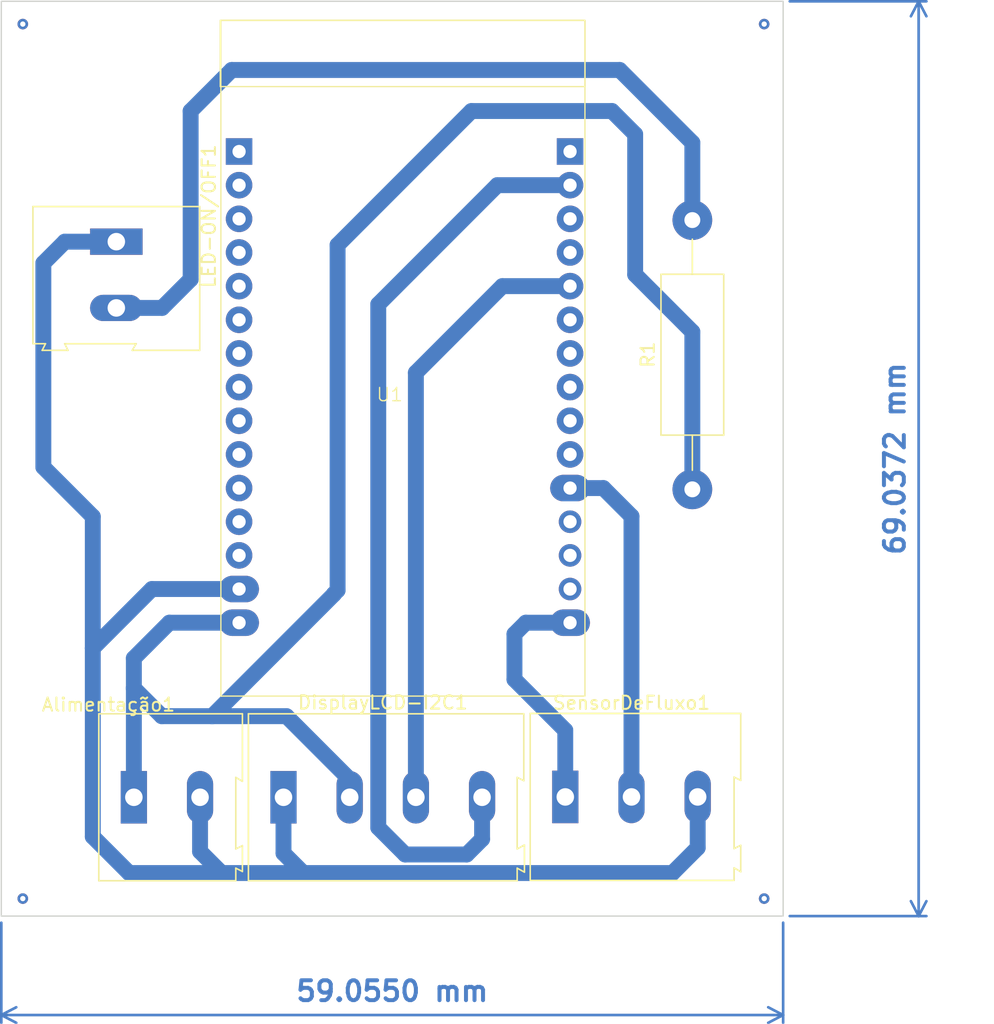
<source format=kicad_pcb>
(kicad_pcb (version 20240108) (generator "pcbnew") (generator_version "8.0")
  (layers (0 "F.Cu" signal) (31 "B.Cu" signal) (34 "B.Paste" user) (35 "F.Paste" user) (36 "B.SilkS" user "B.Silkscreen") (37 "F.SilkS" user "F.Silkscreen") (38 "B.Mask" user) (39 "F.Mask" user) (44 "Edge.Cuts" user))
  (net 0 "")
  (net 5 "I2C_SCL")
  (net 7 "I2C_SDA")
  (net 8 "+5V")
  (net 9 "Net-(LED-ON/OFF1-A)")
  (net 26 "GND")
  (net 27 "+3.3V")
  (net 28 "GPIO-04")
  (footprint "TerminalBlock:TerminalBlock_Altech_AK300-2_P5.00mm" (layer "F.Cu") (at 31.0642 42.4218 -90)
    (property "Reference" "LED-ON/OFF1" (at -1.92 -6.99 90) (layer "F.SilkS"))
    (property "Value" "LED")
    (fp_line (start -2.65 6.3) (end 7.7 6.3) (stroke (width 0.12)) (layer "F.SilkS"))
    (fp_line (start 7.7 6.3) (end 7.7 5.35) (stroke (width 0.12)) (layer "F.SilkS"))
    (fp_line (start 8.2 5.6) (end 8.2 3.7) (stroke (width 0.12)) (layer "F.SilkS"))
    (fp_line (start 7.7 5.35) (end 8.2 5.6) (stroke (width 0.12)) (layer "F.SilkS"))
    (fp_line (start 7.7 3.9) (end 7.7 -1.5) (stroke (width 0.12)) (layer "F.SilkS"))
    (fp_line (start 8.2 3.7) (end 8.2 3.65) (stroke (width 0.12)) (layer "F.SilkS"))
    (fp_line (start 8.2 3.65) (end 7.7 3.9) (stroke (width 0.12)) (layer "F.SilkS"))
    (fp_line (start 8.2 -1.2) (end 8.2 -6.3) (stroke (width 0.12)) (layer "F.SilkS"))
    (fp_line (start 7.7 -1.5) (end 8.2 -1.2) (stroke (width 0.12)) (layer "F.SilkS"))
    (fp_line (start -2.65 -6.3) (end -2.65 6.3) (stroke (width 0.12)) (layer "F.SilkS"))
    (fp_line (start 8.2 -6.3) (end -2.65 -6.3) (stroke (width 0.12)) (layer "F.SilkS"))
    (pad "1" thru_hole rect (at 0 0 270) (size 1.98 3.96) (drill 1.32) (layers "*.Cu" "*.Mask") (net 26 "GND"))
    (pad "2" thru_hole oval (at 5 0 270) (size 1.98 3.96) (drill 1.32) (layers "*.Cu" "*.Mask") (net 9 "Net-(LED-ON/OFF1-A)"))
  )
  (footprint "TerminalBlock:TerminalBlock_Altech_AK300-3_P5.00mm" (layer "F.Cu") (at 64.977 84.328)
    (property "Reference" "SensorDeFluxo1" (at 5 -7.1 0) (layer "F.SilkS"))
    (property "Value" "Screw_Terminal_01x03")
    (fp_line (start -2.65 -6.3) (end -2.65 6.3) (stroke (width 0.12)) (layer "F.SilkS"))
    (fp_line (start -2.65 6.3) (end 12.75 6.3) (stroke (width 0.12)) (layer "F.SilkS"))
    (fp_line (start 12.75 -1.5) (end 13.25 -1.25) (stroke (width 0.12)) (layer "F.SilkS"))
    (fp_line (start 12.75 3.9) (end 12.75 -1.5) (stroke (width 0.12)) (layer "F.SilkS"))
    (fp_line (start 12.75 5.35) (end 13.25 5.65) (stroke (width 0.12)) (layer "F.SilkS"))
    (fp_line (start 12.75 6.3) (end 12.75 5.35) (stroke (width 0.12)) (layer "F.SilkS"))
    (fp_line (start 13.25 -6.3) (end -2.65 -6.3) (stroke (width 0.12)) (layer "F.SilkS"))
    (fp_line (start 13.25 -1.25) (end 13.25 -6.3) (stroke (width 0.12)) (layer "F.SilkS"))
    (fp_line (start 13.25 3.65) (end 12.75 3.9) (stroke (width 0.12)) (layer "F.SilkS"))
    (fp_line (start 13.25 5.65) (end 13.25 3.65) (stroke (width 0.12)) (layer "F.SilkS"))
    (pad "1" thru_hole rect (at 0 0) (size 1.98 3.96) (drill 1.32) (layers "*.Cu" "*.Mask") (net 27 "+3.3V"))
    (pad "2" thru_hole oval (at 5 0) (size 1.98 3.96) (drill 1.32) (layers "*.Cu" "*.Mask") (net 28 "GPIO-04"))
    (pad "3" thru_hole oval (at 10 0) (size 1.98 3.96) (drill 1.32) (layers "*.Cu" "*.Mask") (net 26 "GND"))
  )
  (footprint "TerminalBlock:TerminalBlock_Altech_AK300-4_P5.00mm" (layer "F.Cu") (at 43.6918 84.3534)
    (property "Reference" "DisplayLCD-I2C1" (at 7.5 -7.15 0) (layer "F.SilkS"))
    (property "Value" "Screw_Terminal_01x04")
    (fp_line (start -2.65 -6.3) (end 18.15 -6.3) (stroke (width 0.12)) (layer "F.SilkS"))
    (fp_line (start -2.65 6.3) (end -2.65 -6.3) (stroke (width 0.12)) (layer "F.SilkS"))
    (fp_line (start 17.65 -1.5) (end 17.65 3.9) (stroke (width 0.12)) (layer "F.SilkS"))
    (fp_line (start 17.65 3.9) (end 18.2 3.6) (stroke (width 0.12)) (layer "F.SilkS"))
    (fp_line (start 17.65 5.35) (end 17.65 6.3) (stroke (width 0.12)) (layer "F.SilkS"))
    (fp_line (start 17.65 6.3) (end -2.65 6.3) (stroke (width 0.12)) (layer "F.SilkS"))
    (fp_line (start 18.15 -6.3) (end 18.15 -1.25) (stroke (width 0.12)) (layer "F.SilkS"))
    (fp_line (start 18.15 -1.25) (end 17.65 -1.5) (stroke (width 0.12)) (layer "F.SilkS"))
    (fp_line (start 18.2 3.6) (end 18.2 5.65) (stroke (width 0.12)) (layer "F.SilkS"))
    (fp_line (start 18.2 5.65) (end 17.65 5.35) (stroke (width 0.12)) (layer "F.SilkS"))
    (pad "1" thru_hole rect (at 0 0) (size 1.98 3.96) (drill 1.32) (layers "*.Cu" "*.Mask") (net 26 "GND"))
    (pad "2" thru_hole oval (at 5 0) (size 1.98 3.96) (drill 1.32) (layers "*.Cu" "*.Mask") (net 8 "+5V"))
    (pad "3" thru_hole oval (at 10 0) (size 1.98 3.96) (drill 1.32) (layers "*.Cu" "*.Mask") (net 7 "I2C_SDA"))
    (pad "4" thru_hole oval (at 15 0) (size 1.98 3.96) (drill 1.32) (layers "*.Cu" "*.Mask") (net 5 "I2C_SCL"))
  )
  (footprint "TerminalBlock:TerminalBlock_Altech_AK300-2_P5.00mm" (layer "F.Cu") (at 32.3888 84.3534)
    (property "Reference" "Alimentação1" (at -1.92 -6.99 0) (layer "F.SilkS"))
    (property "Value" "Screw_Terminal_01x02")
    (fp_line (start -2.65 -6.3) (end -2.65 6.3) (stroke (width 0.12)) (layer "F.SilkS"))
    (fp_line (start -2.65 6.3) (end 7.7 6.3) (stroke (width 0.12)) (layer "F.SilkS"))
    (fp_line (start 7.7 -1.5) (end 8.2 -1.2) (stroke (width 0.12)) (layer "F.SilkS"))
    (fp_line (start 7.7 3.9) (end 7.7 -1.5) (stroke (width 0.12)) (layer "F.SilkS"))
    (fp_line (start 7.7 5.35) (end 8.2 5.6) (stroke (width 0.12)) (layer "F.SilkS"))
    (fp_line (start 7.7 6.3) (end 7.7 5.35) (stroke (width 0.12)) (layer "F.SilkS"))
    (fp_line (start 8.2 -6.3) (end -2.65 -6.3) (stroke (width 0.12)) (layer "F.SilkS"))
    (fp_line (start 8.2 -1.2) (end 8.2 -6.3) (stroke (width 0.12)) (layer "F.SilkS"))
    (fp_line (start 8.2 3.65) (end 7.7 3.9) (stroke (width 0.12)) (layer "F.SilkS"))
    (fp_line (start 8.2 3.7) (end 8.2 3.65) (stroke (width 0.12)) (layer "F.SilkS"))
    (fp_line (start 8.2 5.6) (end 8.2 3.7) (stroke (width 0.12)) (layer "F.SilkS"))
    (pad "1" thru_hole rect (at 0 0) (size 1.98 3.96) (drill 1.32) (layers "*.Cu" "*.Mask") (net 8 "+5V"))
    (pad "2" thru_hole oval (at 5 0) (size 1.98 3.96) (drill 1.32) (layers "*.Cu" "*.Mask") (net 26 "GND"))
  )
  (footprint "Resistor_THT:R_Axial_DIN0414_L11.9mm_D4.5mm_P20.32mm_Horizontal" (layer "F.Cu") (at 74.5744 61.1124 90)
    (property "Reference" "R1" (at 10.16 -3.37 -90) (layer "F.SilkS"))
    (property "Value" "330")
    (fp_line (start 16.23 -2.37) (end 4.09 -2.37) (stroke (width 0.12)) (layer "F.SilkS"))
    (fp_line (start 4.09 -2.37) (end 4.09 2.37) (stroke (width 0.12)) (layer "F.SilkS"))
    (fp_line (start 18.88 0) (end 16.23 0) (stroke (width 0.12)) (layer "F.SilkS"))
    (fp_line (start 1.44 0) (end 4.09 0) (stroke (width 0.12)) (layer "F.SilkS"))
    (fp_line (start 16.23 2.37) (end 16.23 -2.37) (stroke (width 0.12)) (layer "F.SilkS"))
    (fp_line (start 4.09 2.37) (end 16.23 2.37) (stroke (width 0.12)) (layer "F.SilkS"))
    (pad "1" thru_hole circle (at 0 0 90) (size 3 3) (drill 1.2) (layers "*.Cu" "*.Mask") (net 8 "+5V"))
    (pad "2" thru_hole oval (at 20.32 0 90) (size 3 3) (drill 1.2) (layers "*.Cu" "*.Mask") (net 9 "Net-(LED-ON/OFF1-A)"))
  )
  (footprint "ESP:ESP32-WROOM" (layer "F.Cu") (at 51.7114 54.4676)
    (property "Reference" "U1" (at 0 -0.5 0) (layer "F.SilkS") (effects (font (thickness 0.1))))
    (property "Value" "ESP32-WROOM-V1")
    (fp_rect (start -12.8 -28.75) (end 14.75 -23.75) (stroke (width 0.1)) (fill none) (layer "F.SilkS"))
    (fp_rect (start -12.75 -28.75) (end 14.75 22.25) (stroke (width 0.1)) (fill none) (layer "F.SilkS"))
    (pad "1" thru_hole rect (at -11.375 -18.85) (size 2 2) (drill 1) (layers "*.Cu" "*.Mask"))
    (pad "2" thru_hole oval (at -11.375 -16.31) (size 2 2) (drill 1) (layers "*.Cu" "*.Mask"))
    (pad "3" thru_hole oval (at -11.375 -13.77) (size 2 2) (drill 1) (layers "*.Cu" "*.Mask"))
    (pad "4" thru_hole oval (at -11.375 -11.23) (size 2 2) (drill 1) (layers "*.Cu" "*.Mask"))
    (pad "5" thru_hole oval (at -11.375 -8.69) (size 2 2) (drill 1) (layers "*.Cu" "*.Mask"))
    (pad "6" thru_hole oval (at -11.375 -6.15) (size 2 2) (drill 1) (layers "*.Cu" "*.Mask"))
    (pad "7" thru_hole oval (at -11.375 -3.61) (size 2 2) (drill 1) (layers "*.Cu" "*.Mask"))
    (pad "8" thru_hole oval (at -11.375 -1.07) (size 2 2) (drill 1) (layers "*.Cu" "*.Mask"))
    (pad "9" thru_hole oval (at -11.375 1.47) (size 2 2) (drill 1) (layers "*.Cu" "*.Mask"))
    (pad "10" thru_hole oval (at -11.375 4.01) (size 2 2) (drill 1) (layers "*.Cu" "*.Mask"))
    (pad "11" thru_hole oval (at -11.375 6.55) (size 2 2) (drill 1) (layers "*.Cu" "*.Mask"))
    (pad "12" thru_hole oval (at -11.375 9.09) (size 2 2) (drill 1) (layers "*.Cu" "*.Mask"))
    (pad "13" thru_hole oval (at -11.375 11.63) (size 2 2) (drill 1) (layers "*.Cu" "*.Mask"))
    (pad "14" thru_hole oval (at -11.375 14.17) (size 3 2) (drill 1) (layers "*.Cu" "*.Mask") (net 26 "GND"))
    (pad "15" thru_hole oval (at -11.375 16.71) (size 3 2) (drill 1) (layers "*.Cu" "*.Mask") (net 8 "+5V"))
    (pad "16" thru_hole rect (at 13.625 -18.85) (size 2 2) (drill 1) (layers "*.Cu" "*.Mask"))
    (pad "17" thru_hole oval (at 13.625 -16.31) (size 2 2) (drill 1) (layers "*.Cu" "*.Mask") (net 5 "I2C_SCL"))
    (pad "18" thru_hole oval (at 13.625 -13.77) (size 2 2) (drill 1) (layers "*.Cu" "*.Mask"))
    (pad "19" thru_hole oval (at 13.625 -11.23) (size 2 2) (drill 1) (layers "*.Cu" "*.Mask"))
    (pad "20" thru_hole oval (at 13.625 -8.69) (size 2 2) (drill 1) (layers "*.Cu" "*.Mask") (net 7 "I2C_SDA"))
    (pad "21" thru_hole oval (at 13.625 -6.15) (size 2 2) (drill 1) (layers "*.Cu" "*.Mask"))
    (pad "22" thru_hole oval (at 13.625 -3.61) (size 2 2) (drill 1) (layers "*.Cu" "*.Mask"))
    (pad "23" thru_hole oval (at 13.625 -1.07) (size 2 2) (drill 1) (layers "*.Cu" "*.Mask"))
    (pad "24" thru_hole oval (at 13.625 1.47) (size 2 2) (drill 1) (layers "*.Cu" "*.Mask"))
    (pad "25" thru_hole oval (at 13.625 4.01) (size 2 2) (drill 1) (layers "*.Cu" "*.Mask"))
    (pad "26" thru_hole oval (at 13.625 6.55) (size 3 2) (drill 1) (layers "*.Cu" "*.Mask") (net 28 "GPIO-04"))
    (pad "27" thru_hole oval (at 13.625 9.09) (size 1.7 1.7) (drill 1) (layers "*.Cu" "*.Mask"))
    (pad "28" thru_hole oval (at 13.625 11.63) (size 1.7 1.7) (drill 1) (layers "*.Cu" "*.Mask"))
    (pad "29" thru_hole oval (at 13.625 14.17) (size 1.7 1.7) (drill 1) (layers "*.Cu" "*.Mask") (net 26 "GND"))
    (pad "30" thru_hole oval (at 13.625 16.71) (size 3 2) (drill 1) (layers "*.Cu" "*.Mask") (net 27 "+3.3V"))
  )
  (gr_rect (start 22.3774 24.2824) (end 81.4324 93.3196) (stroke (width 0.1)) (fill none) (layer "Edge.Cuts"))
  (dimension (type aligned) (layer "B.Cu") (pts (xy 81.4324 93.3196) (xy 81.4324 24.2824)) (height 10.2362) (gr_text "69,0372 mm" (at 89.8686 58.801 90) (layer "B.Cu") (effects (font (size 1.5 1.5) (thickness 0.3)))) (format (prefix "") (suffix "") (units 3) (units_format 1) (precision 4)) (style (thickness 0.2) (arrow_length 1.27) (text_position_mode 0) (extension_height 0.58642) (extension_offset 0.5) keep_text_aligned))
  (dimension (type aligned) (layer "B.Cu") (pts (xy 22.3774 93.3196) (xy 81.4324 93.3196)) (height 7.4676) (gr_text "59,0550 mm" (at 51.9049 98.9872 0) (layer "B.Cu") (effects (font (size 1.5 1.5) (thickness 0.3)))) (format (prefix "") (suffix "") (units 3) (units_format 1) (precision 4)) (style (thickness 0.2) (arrow_length 1.27) (text_position_mode 0) (extension_height 0.58642) (extension_offset 0.5) keep_text_aligned))
  (via (at 24 26) (size 0.8) (drill 0.4) (layers "F.Cu" "B.Cu") (net 0))
  (via (at 24 92) (size 0.8) (drill 0.4) (layers "F.Cu" "B.Cu") (net 0))
  (via (at 80 92) (size 0.8) (drill 0.4) (layers "F.Cu" "B.Cu") (net 0))
  (via (at 80 26) (size 0.8) (drill 0.4) (layers "F.Cu" "B.Cu") (net 0))
  (segment (start 58.6918 84.3534) (end 58.6918 87.5106) (width 1.2) (layer "B.Cu") (net 5))
  (segment (start 52.8828 88.6714) (end 50.8508 86.6394) (width 1.2) (layer "B.Cu") (net 5))
  (segment (start 59.8424 38.1576) (end 65.3364 38.1576) (width 1.2) (layer "B.Cu") (net 5))
  (segment (start 58.6918 87.5106) (end 57.531 88.6714) (width 1.2) (layer "B.Cu") (net 5))
  (segment (start 50.8508 86.6394) (end 50.8508 47.1492) (width 1.2) (layer "B.Cu") (net 5))
  (segment (start 50.8508 47.1492) (end 59.8424 38.1576) (width 1.2) (layer "B.Cu") (net 5))
  (segment (start 57.531 88.6714) (end 52.8828 88.6714) (width 1.2) (layer "B.Cu") (net 5))
  (segment (start 53.6918 52.3082) (end 53.6918 84.3534) (width 1.2) (layer "B.Cu") (net 7))
  (segment (start 60.2224 45.7776) (end 53.6918 52.3082) (width 1.2) (layer "B.Cu") (net 7))
  (segment (start 65.3364 45.7776) (end 60.2224 45.7776) (width 1.2) (layer "B.Cu") (net 7))
  (segment (start 47.498 69.0372) (end 38.3032 78.232) (width 1.2) (layer "B.Cu") (net 8))
  (segment (start 32.3888 84.3534) (end 32.3888 76.1238) (width 1.2) (layer "B.Cu") (net 8))
  (segment (start 38.3032 78.232) (end 34.497 78.232) (width 1.2) (layer "B.Cu") (net 8))
  (segment (start 57.8866 32.5628) (end 47.7774 42.672) (width 1.2) (layer "B.Cu") (net 8))
  (segment (start 68.5038 32.5628) (end 57.8866 32.5628) (width 1.2) (layer "B.Cu") (net 8))
  (segment (start 48.6118 83.566) (end 48.5864 83.5406) (width 1.2) (layer "B.Cu") (net 8))
  (segment (start 34.497 78.232) (end 32.3888 76.1238) (width 1.2) (layer "B.Cu") (net 8))
  (segment (start 47.7774 42.672) (end 47.7774 68.7324) (width 1.2) (layer "B.Cu") (net 8))
  (segment (start 48.6918 84.3534) (end 48.6918 83.0072) (width 1.2) (layer "B.Cu") (net 8))
  (segment (start 70.2564 34.3154) (end 68.5038 32.5628) (width 1.2) (layer "B.Cu") (net 8))
  (segment (start 32.3888 73.8594) (end 35.0706 71.1776) (width 1.2) (layer "B.Cu") (net 8))
  (segment (start 70.2564 44.9072) (end 70.2564 34.3154) (width 1.2) (layer "B.Cu") (net 8))
  (segment (start 35.0706 71.1776) (end 40.3364 71.1776) (width 1.2) (layer "B.Cu") (net 8))
  (segment (start 47.498 69.0118) (end 47.498 69.0372) (width 1.2) (layer "B.Cu") (net 8))
  (segment (start 74.5744 61.1124) (end 74.5744 49.2252) (width 1.2) (layer "B.Cu") (net 8))
  (segment (start 48.6918 83.0072) (end 43.9166 78.232) (width 1.2) (layer "B.Cu") (net 8))
  (segment (start 43.9166 78.232) (end 38.3032 78.232) (width 1.2) (layer "B.Cu") (net 8))
  (segment (start 47.7774 68.7324) (end 47.498 69.0118) (width 1.2) (layer "B.Cu") (net 8))
  (segment (start 74.5744 49.2252) (end 70.2564 44.9072) (width 1.2) (layer "B.Cu") (net 8))
  (segment (start 32.3888 76.1238) (end 32.3888 73.8594) (width 1.2) (layer "B.Cu") (net 8))
  (segment (start 39.7764 29.464) (end 69.088 29.464) (width 1.2) (layer "B.Cu") (net 9))
  (segment (start 74.5744 34.9504) (end 74.5744 40.7924) (width 1.2) (layer "B.Cu") (net 9))
  (segment (start 36.6776 45.2628) (end 36.6776 32.5628) (width 1.2) (layer "B.Cu") (net 9))
  (segment (start 36.6776 32.5628) (end 39.7764 29.464) (width 1.2) (layer "B.Cu") (net 9))
  (segment (start 34.5186 47.4218) (end 36.6776 45.2628) (width 1.2) (layer "B.Cu") (net 9))
  (segment (start 31.0642 47.4218) (end 34.5186 47.4218) (width 1.2) (layer "B.Cu") (net 9))
  (segment (start 69.088 29.464) (end 74.5744 34.9504) (width 1.2) (layer "B.Cu") (net 9))
  (segment (start 31.0642 42.4218) (end 27.1742 42.4218) (width 1.2) (layer "B.Cu") (net 26))
  (segment (start 37.3888 88.4458) (end 39.0144 90.0714) (width 1.2) (layer "B.Cu") (net 26))
  (segment (start 27.1742 42.4218) (end 25.5524 44.0436) (width 1.2) (layer "B.Cu") (net 26))
  (segment (start 40.3364 68.6376) (end 33.7498 68.6376) (width 1.2) (layer "B.Cu") (net 26))
  (segment (start 29.2862 87.3252) (end 32.0324 90.0714) (width 1.2) (layer "B.Cu") (net 26))
  (segment (start 74.977 88.1672) (end 74.977 84.328) (width 1.2) (layer "B.Cu") (net 26))
  (segment (start 39.0144 90.0714) (end 45.1866 90.0714) (width 1.2) (layer "B.Cu") (net 26))
  (segment (start 29.2862 73.1012) (end 29.2862 87.3252) (width 1.2) (layer "B.Cu") (net 26))
  (segment (start 37.3888 84.3534) (end 37.3888 88.4458) (width 1.2) (layer "B.Cu") (net 26))
  (segment (start 32.0324 90.0714) (end 39.0144 90.0714) (width 1.2) (layer "B.Cu") (net 26))
  (segment (start 25.5524 59.436) (end 29.2862 63.1698) (width 1.2) (layer "B.Cu") (net 26))
  (segment (start 25.5524 44.0436) (end 25.5524 59.436) (width 1.2) (layer "B.Cu") (net 26))
  (segment (start 73.0728 90.0714) (end 74.977 88.1672) (width 1.2) (layer "B.Cu") (net 26))
  (segment (start 43.6918 84.3534) (end 43.6918 88.5766) (width 1.2) (layer "B.Cu") (net 26))
  (segment (start 43.6918 88.5766) (end 45.1866 90.0714) (width 1.2) (layer "B.Cu") (net 26))
  (segment (start 33.7498 68.6376) (end 29.2862 73.1012) (width 1.2) (layer "B.Cu") (net 26))
  (segment (start 45.1866 90.0714) (end 73.0728 90.0714) (width 1.2) (layer "B.Cu") (net 26))
  (segment (start 29.2862 63.1698) (end 29.2862 73.1012) (width 1.2) (layer "B.Cu") (net 26))
  (segment (start 61.9946 71.1776) (end 65.3364 71.1776) (width 1.2) (layer "B.Cu") (net 27))
  (segment (start 64.977 84.328) (end 64.977 79.3026) (width 1.2) (layer "B.Cu") (net 27))
  (segment (start 64.977 79.3026) (end 61.1378 75.4634) (width 1.2) (layer "B.Cu") (net 27))
  (segment (start 61.1378 72.0344) (end 61.9946 71.1776) (width 1.2) (layer "B.Cu") (net 27))
  (segment (start 61.1378 75.4634) (end 61.1378 72.0344) (width 1.2) (layer "B.Cu") (net 27))
  (segment (start 69.977 63.1444) (end 69.977 84.328) (width 1.2) (layer "B.Cu") (net 28))
  (segment (start 67.8502 61.0176) (end 69.977 63.1444) (width 1.2) (layer "B.Cu") (net 28))
  (segment (start 65.3364 61.0176) (end 67.8502 61.0176) (width 1.2) (layer "B.Cu") (net 28))
)
</source>
